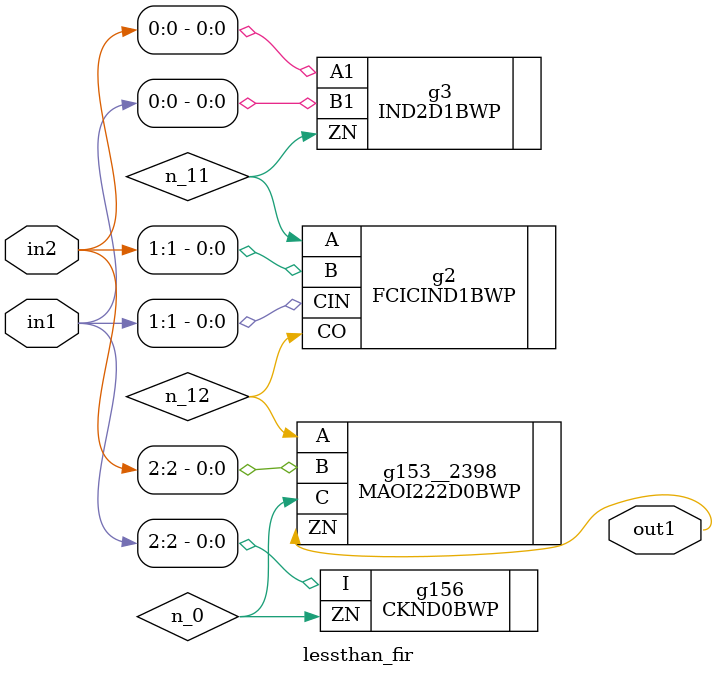
<source format=v>


// Verification Directory fv/lessthan_fir 

module lessthan_fir(in2, in1, out1);
  input [2:0] in2, in1;
  output out1;
  wire [2:0] in2, in1;
  wire out1;
  wire n_0, n_11, n_12;
  MAOI222D0BWP g153__2398(.A (n_12), .B (in2[2]), .C (n_0), .ZN (out1));
  CKND0BWP g156(.I (in1[2]), .ZN (n_0));
  FCICIND1BWP g2(.A (n_11), .B (in2[1]), .CIN (in1[1]), .CO (n_12));
  IND2D1BWP g3(.A1 (in2[0]), .B1 (in1[0]), .ZN (n_11));
endmodule


</source>
